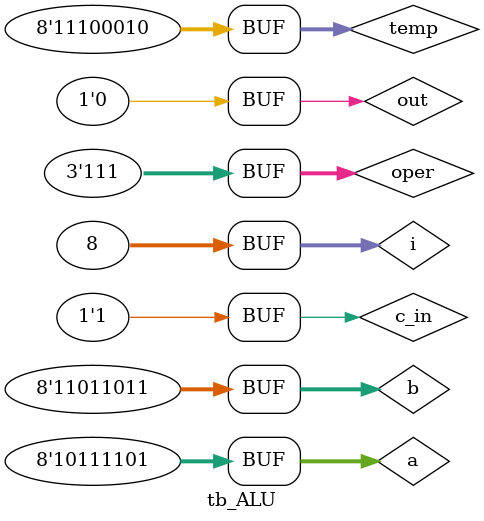
<source format=v>
`timescale 10ns / 1ns
`include "ALU.v"

module tb_ALU();
reg [2:0] oper;
reg [7:0] a;
reg [7:0] b;
reg c_in;
wire c_out;
wire [7:0] sum;
integer i;

reg [7:0] temp;
reg out;

ALU a1 (c_out, sum, oper, a, b, c_in);

initial
begin
  c_in = 1'b1;
  a = 8'b1011_1101;
  b = 8'b1101_1011;
  {out, temp} = 8'hbd + 8'h24 + 1'b1;
end

initial
begin
  for (i=0; i<8; i=i+1)
  begin
    oper = i;
    #5;
  end
end

initial $monitor("time=%t, c_out=%b, sum=%b, oper=%b, a=%b, b=%b, c_in=%b", 
                  $time, c_out, sum, oper, a, b, c_in);

endmodule

</source>
